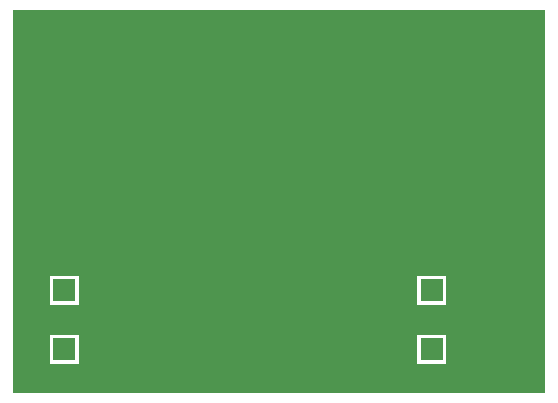
<source format=gbl>
G04*
G04 #@! TF.GenerationSoftware,Altium Limited,Altium Designer,20.1.12 (249)*
G04*
G04 Layer_Physical_Order=2*
G04 Layer_Color=16711680*
%FSLAX44Y44*%
%MOMM*%
G71*
G04*
G04 #@! TF.SameCoordinates,04BF7026-1835-46FC-AA2D-A1D278024C7A*
G04*
G04*
G04 #@! TF.FilePolarity,Positive*
G04*
G01*
G75*
%ADD38R,1.9500X1.9500*%
%ADD39C,1.9500*%
%ADD40C,0.6000*%
G36*
X450000Y0D02*
X0D01*
Y325000D01*
X450000D01*
Y0D01*
D02*
G37*
%LPC*%
G36*
X366590Y99790D02*
X342010D01*
Y75210D01*
X366590D01*
Y99790D01*
D02*
G37*
G36*
X55590D02*
X31010D01*
Y75210D01*
X55590D01*
Y99790D01*
D02*
G37*
G36*
X366590Y49790D02*
X342010D01*
Y25210D01*
X366590D01*
Y49790D01*
D02*
G37*
G36*
X55590D02*
X31010D01*
Y25210D01*
X55590D01*
Y49790D01*
D02*
G37*
%LPD*%
D38*
X354300Y87500D02*
D03*
Y37500D02*
D03*
X43300Y87500D02*
D03*
Y37500D02*
D03*
D39*
X405100Y87500D02*
D03*
Y37500D02*
D03*
X94100Y87500D02*
D03*
Y37500D02*
D03*
D40*
X300250Y40500D02*
D03*
X242500Y37750D02*
D03*
X183750Y39250D02*
D03*
X411500Y275750D02*
D03*
X76500Y277000D02*
D03*
X403750Y308000D02*
D03*
X105250Y304500D02*
D03*
X28750Y302000D02*
D03*
X51000Y237000D02*
D03*
X86250Y239250D02*
D03*
X123750Y240000D02*
D03*
X152000D02*
D03*
X331750Y232750D02*
D03*
X312500Y234500D02*
D03*
X295000Y233750D02*
D03*
X378750Y290500D02*
D03*
X437750Y250000D02*
D03*
X442500Y137000D02*
D03*
X441000Y61750D02*
D03*
X3250Y78250D02*
D03*
X4000Y140000D02*
D03*
X4750Y179500D02*
D03*
X206000Y212050D02*
D03*
Y224050D02*
D03*
Y236050D02*
D03*
Y248050D02*
D03*
Y260050D02*
D03*
Y272050D02*
D03*
Y284050D02*
D03*
X218000Y212050D02*
D03*
Y224050D02*
D03*
Y236050D02*
D03*
Y260050D02*
D03*
Y272050D02*
D03*
Y284050D02*
D03*
X230000Y212050D02*
D03*
Y224050D02*
D03*
Y236050D02*
D03*
Y248050D02*
D03*
Y260050D02*
D03*
Y272050D02*
D03*
Y284050D02*
D03*
X242000Y212050D02*
D03*
Y224050D02*
D03*
Y236050D02*
D03*
Y248050D02*
D03*
Y260050D02*
D03*
Y272050D02*
D03*
Y284050D02*
D03*
X218000Y248050D02*
D03*
M02*

</source>
